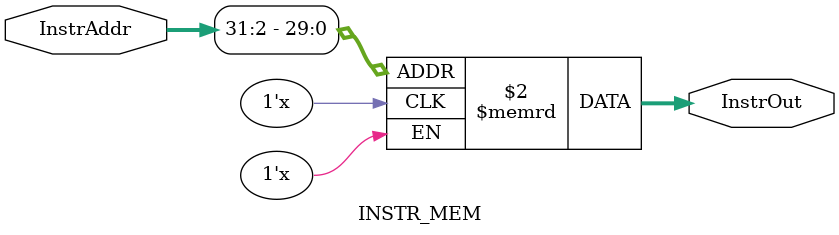
<source format=v>
`timescale 1ns / 1ps
module INSTR_MEM(
    input [31:0] InstrAddr,
    output reg [31:0] InstrOut
    );
    
    reg [31:0] memi [0:255];

    always @(*) begin
        InstrOut = memi[InstrAddr[31:2]];
    end
endmodule

</source>
